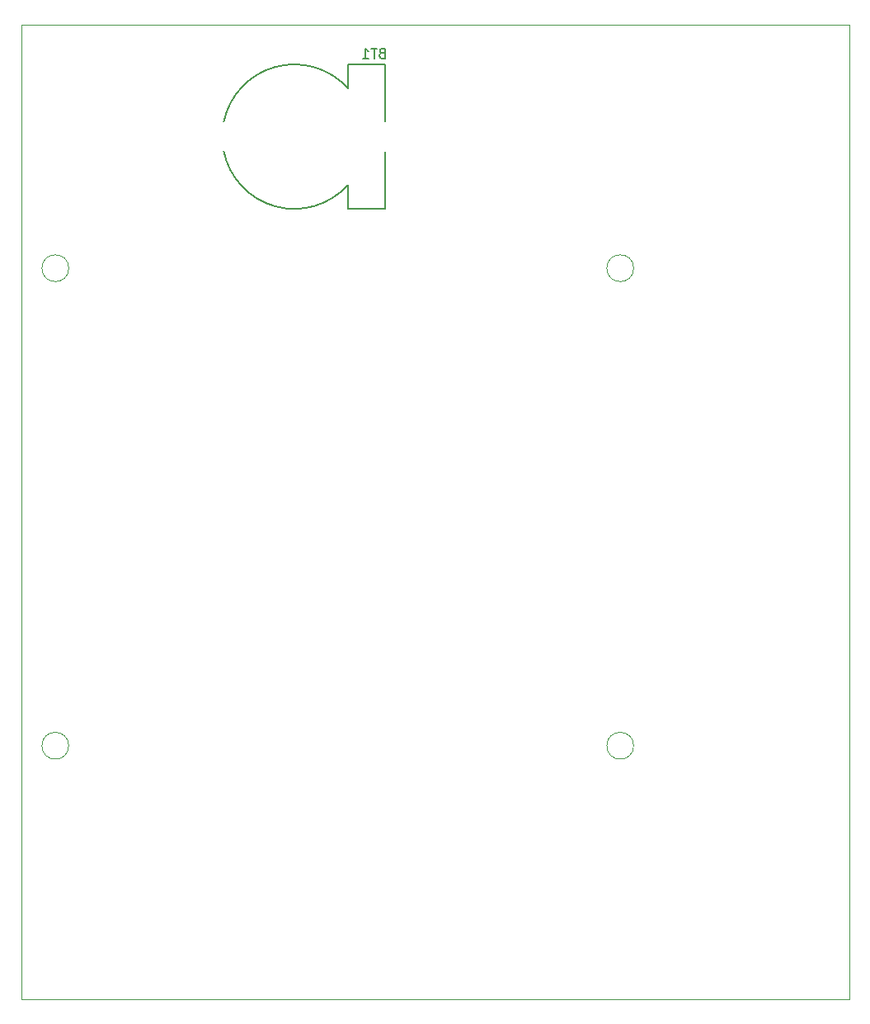
<source format=gbr>
%TF.GenerationSoftware,KiCad,Pcbnew,(6.0.7)*%
%TF.CreationDate,2022-11-16T16:27:29-06:00*%
%TF.ProjectId,GroundPCB,47726f75-6e64-4504-9342-2e6b69636164,1*%
%TF.SameCoordinates,Original*%
%TF.FileFunction,Legend,Bot*%
%TF.FilePolarity,Positive*%
%FSLAX46Y46*%
G04 Gerber Fmt 4.6, Leading zero omitted, Abs format (unit mm)*
G04 Created by KiCad (PCBNEW (6.0.7)) date 2022-11-16 16:27:29*
%MOMM*%
%LPD*%
G01*
G04 APERTURE LIST*
%TA.AperFunction,Profile*%
%ADD10C,0.100000*%
%TD*%
%ADD11C,0.150000*%
%TA.AperFunction,Profile*%
%ADD12C,0.120000*%
%TD*%
%ADD13C,0.127000*%
G04 APERTURE END LIST*
D10*
X100000000Y-50000000D02*
X185000000Y-50000000D01*
X185000000Y-50000000D02*
X185000000Y-150000000D01*
X185000000Y-150000000D02*
X100000000Y-150000000D01*
X100000000Y-150000000D02*
X100000000Y-50000000D01*
D11*
%TO.C,BT1*%
X137035714Y-52928571D02*
X136892857Y-52976190D01*
X136845238Y-53023809D01*
X136797619Y-53119047D01*
X136797619Y-53261904D01*
X136845238Y-53357142D01*
X136892857Y-53404761D01*
X136988095Y-53452380D01*
X137369047Y-53452380D01*
X137369047Y-52452380D01*
X137035714Y-52452380D01*
X136940476Y-52500000D01*
X136892857Y-52547619D01*
X136845238Y-52642857D01*
X136845238Y-52738095D01*
X136892857Y-52833333D01*
X136940476Y-52880952D01*
X137035714Y-52928571D01*
X137369047Y-52928571D01*
X136511904Y-52452380D02*
X135940476Y-52452380D01*
X136226190Y-53452380D02*
X136226190Y-52452380D01*
X135083333Y-53452380D02*
X135654761Y-53452380D01*
X135369047Y-53452380D02*
X135369047Y-52452380D01*
X135464285Y-52595238D01*
X135559523Y-52690476D01*
X135654761Y-52738095D01*
D12*
%TO.C,A1*%
X162875000Y-75000000D02*
G75*
G03*
X162875000Y-75000000I-1375000J0D01*
G01*
X162875000Y-124000000D02*
G75*
G03*
X162875000Y-124000000I-1375000J0D01*
G01*
X104875000Y-124000000D02*
G75*
G03*
X104875000Y-124000000I-1375000J0D01*
G01*
X104875000Y-75000000D02*
G75*
G03*
X104875000Y-75000000I-1375000J0D01*
G01*
D13*
%TO.C,BT1*%
X137375000Y-54100000D02*
X133525000Y-54100000D01*
X133525000Y-68900000D02*
X137375000Y-68900000D01*
X137375000Y-68900000D02*
X137375000Y-63050000D01*
X133525000Y-66425000D02*
X133525000Y-68900000D01*
X137375000Y-54100000D02*
X137375000Y-59950000D01*
X133525000Y-54100000D02*
X133525000Y-56525000D01*
X133525000Y-56525000D02*
G75*
G03*
X120799999Y-59975001I-5488304J-4949391D01*
G01*
X120799999Y-63024999D02*
G75*
G03*
X133525000Y-66475000I7236697J1499390D01*
G01*
%TD*%
M02*

</source>
